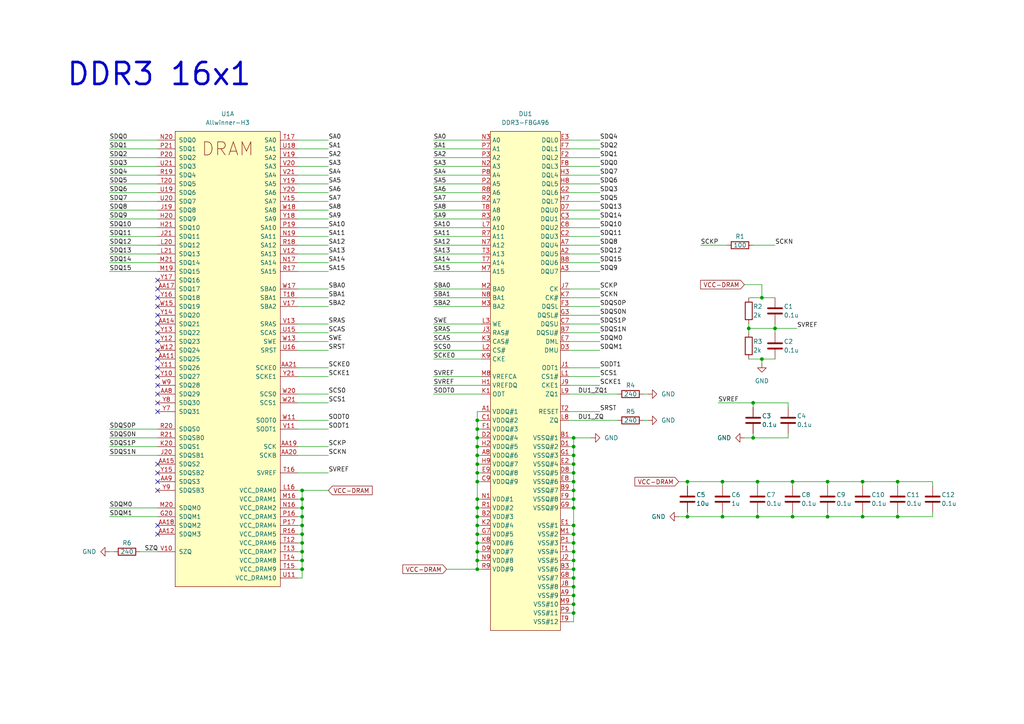
<source format=kicad_sch>
(kicad_sch (version 20211123) (generator eeschema)
  (paper "A4")
  (lib_symbols
    (symbol "Allwinner:Allwinner-H3" (pin_names (offset 1.016))
      (property "Reference" "U" (at 0 -6 0))
      (property "Value" "Allwinner-H3" (at 0 0 0))
      (symbol "Allwinner-H3_1_0"
        (text "DRAM" (at 0 60.96 0) (effects (font (size 3.81 3.81))))
      )
      (symbol "Allwinner-H3_1_1"
        (pin bidirectional line (at -20.32 0 0) (length 5.08) (name "SDQ25") (number "AA11"))
        (pin bidirectional line (at -20.32 -50.8 0) (length 5.08) (name "SDQM3") (number "AA12"))
        (pin bidirectional line (at -20.32 10.16 0) (length 5.08) (name "SDQ21") (number "AA14"))
        (pin bidirectional line (at -20.32 -30.48 0) (length 5.08) (name "SDQS2") (number "AA15"))
        (pin bidirectional line (at -20.32 20.32 0) (length 5.08) (name "SDQ17") (number "AA17"))
        (pin bidirectional line (at -20.32 -48.26 0) (length 5.08) (name "SDQM2") (number "AA18"))
        (pin bidirectional line (at 20.32 -25.4 180) (length 5.08) (name "SCK") (number "AA19"))
        (pin bidirectional line (at 20.32 -27.94 180) (length 5.08) (name "SCKB") (number "AA20"))
        (pin bidirectional line (at 20.32 -2.54 180) (length 5.08) (name "SCKE0") (number "AA21"))
        (pin bidirectional line (at -20.32 -10.16 0) (length 5.08) (name "SDQ29") (number "AA8"))
        (pin bidirectional line (at -20.32 -35.56 0) (length 5.08) (name "SDQS3") (number "AA9"))
        (pin bidirectional line (at -20.32 -45.72 0) (length 5.08) (name "SDQM1") (number "G20"))
        (pin bidirectional line (at -20.32 40.64 0) (length 5.08) (name "SDQ9") (number "H20"))
        (pin bidirectional line (at -20.32 38.1 0) (length 5.08) (name "SDQ10") (number "H21"))
        (pin bidirectional line (at -20.32 43.18 0) (length 5.08) (name "SDQ8") (number "J19"))
        (pin bidirectional line (at -20.32 -27.94 0) (length 5.08) (name "SDQSB1") (number "J20"))
        (pin bidirectional line (at -20.32 35.56 0) (length 5.08) (name "SDQ11") (number "J21"))
        (pin bidirectional line (at -20.32 -25.4 0) (length 5.08) (name "SDQS1") (number "K20"))
        (pin bidirectional line (at 20.32 -38.1 180) (length 5.08) (name "VCC_DRAM0") (number "L16"))
        (pin bidirectional line (at -20.32 33.02 0) (length 5.08) (name "SDQ12") (number "L20"))
        (pin bidirectional line (at -20.32 30.48 0) (length 5.08) (name "SDQ13") (number "L21"))
        (pin bidirectional line (at 20.32 -40.64 180) (length 5.08) (name "VCC_DRAM1") (number "M16"))
        (pin bidirectional line (at -20.32 25.4 0) (length 5.08) (name "SDQ15") (number "M19"))
        (pin bidirectional line (at -20.32 -43.18 0) (length 5.08) (name "SDQM0") (number "M20"))
        (pin bidirectional line (at -20.32 27.94 0) (length 5.08) (name "SDQ14") (number "M21"))
        (pin bidirectional line (at 20.32 -43.18 180) (length 5.08) (name "VCC_DRAM2") (number "N16"))
        (pin bidirectional line (at 20.32 27.94 180) (length 5.08) (name "SA14") (number "N17"))
        (pin bidirectional line (at 20.32 35.56 180) (length 5.08) (name "SA11") (number "N19"))
        (pin bidirectional line (at -20.32 63.5 0) (length 5.08) (name "SDQ0") (number "N20"))
        (pin bidirectional line (at 20.32 -45.72 180) (length 5.08) (name "VCC_DRAM3") (number "P16"))
        (pin bidirectional line (at 20.32 -48.26 180) (length 5.08) (name "VCC_DRAM4") (number "P17"))
        (pin bidirectional line (at 20.32 38.1 180) (length 5.08) (name "SA10") (number "P19"))
        (pin bidirectional line (at -20.32 58.42 0) (length 5.08) (name "SDQ2") (number "P20"))
        (pin bidirectional line (at -20.32 60.96 0) (length 5.08) (name "SDQ1") (number "P21"))
        (pin bidirectional line (at 20.32 -50.8 180) (length 5.08) (name "VCC_DRAM5") (number "R16"))
        (pin bidirectional line (at 20.32 25.4 180) (length 5.08) (name "SA15") (number "R17"))
        (pin bidirectional line (at 20.32 33.02 180) (length 5.08) (name "SA12") (number "R18"))
        (pin bidirectional line (at -20.32 53.34 0) (length 5.08) (name "SDQ4") (number "R19"))
        (pin bidirectional line (at -20.32 -20.32 0) (length 5.08) (name "SDQS0") (number "R20"))
        (pin bidirectional line (at -20.32 -22.86 0) (length 5.08) (name "SDQSB0") (number "R21"))
        (pin bidirectional line (at 20.32 -53.34 180) (length 5.08) (name "VCC_DRAM6") (number "T12"))
        (pin bidirectional line (at 20.32 -55.88 180) (length 5.08) (name "VCC_DRAM7") (number "T13"))
        (pin bidirectional line (at 20.32 -58.42 180) (length 5.08) (name "VCC_DRAM8") (number "T14"))
        (pin bidirectional line (at 20.32 -60.96 180) (length 5.08) (name "VCC_DRAM9") (number "T15"))
        (pin bidirectional line (at 20.32 -33.02 180) (length 5.08) (name "SVREF") (number "T16"))
        (pin bidirectional line (at 20.32 63.5 180) (length 5.08) (name "SA0") (number "T17"))
        (pin bidirectional line (at 20.32 17.78 180) (length 5.08) (name "SBA1") (number "T18"))
        (pin bidirectional line (at -20.32 50.8 0) (length 5.08) (name "SDQ5") (number "T20"))
        (pin bidirectional line (at 20.32 -63.5 180) (length 5.08) (name "VCC_DRAM10") (number "U11"))
        (pin bidirectional line (at 20.32 7.62 180) (length 5.08) (name "SCAS") (number "U15"))
        (pin bidirectional line (at 20.32 2.54 180) (length 5.08) (name "SRST") (number "U16"))
        (pin bidirectional line (at 20.32 60.96 180) (length 5.08) (name "SA1") (number "U18"))
        (pin bidirectional line (at -20.32 48.26 0) (length 5.08) (name "SDQ6") (number "U19"))
        (pin bidirectional line (at -20.32 45.72 0) (length 5.08) (name "SDQ7") (number "U20"))
        (pin bidirectional line (at -20.32 55.88 0) (length 5.08) (name "SDQ3") (number "U21"))
        (pin bidirectional line (at -20.32 -55.88 0) (length 5.08) (name "SZQ") (number "V10"))
        (pin bidirectional line (at 20.32 -20.32 180) (length 5.08) (name "SODT1") (number "V11"))
        (pin bidirectional line (at 20.32 30.48 180) (length 5.08) (name "SA13") (number "V12"))
        (pin bidirectional line (at 20.32 10.16 180) (length 5.08) (name "SRAS") (number "V13"))
        (pin bidirectional line (at 20.32 45.72 180) (length 5.08) (name "SA7") (number "V15"))
        (pin bidirectional line (at 20.32 15.24 180) (length 5.08) (name "SBA2") (number "V17"))
        (pin bidirectional line (at 20.32 58.42 180) (length 5.08) (name "SA2") (number "V19"))
        (pin bidirectional line (at 20.32 55.88 180) (length 5.08) (name "SA3") (number "V20"))
        (pin bidirectional line (at 20.32 53.34 180) (length 5.08) (name "SA4") (number "V21"))
        (pin bidirectional line (at 20.32 -17.78 180) (length 5.08) (name "SODT0") (number "W11"))
        (pin bidirectional line (at -20.32 2.54 0) (length 5.08) (name "SDQ24") (number "W12"))
        (pin bidirectional line (at 20.32 5.08 180) (length 5.08) (name "SWE") (number "W13"))
        (pin bidirectional line (at -20.32 15.24 0) (length 5.08) (name "SDQ19") (number "W15"))
        (pin bidirectional line (at 20.32 20.32 180) (length 5.08) (name "SBA0") (number "W17"))
        (pin bidirectional line (at 20.32 43.18 180) (length 5.08) (name "SA8") (number "W18"))
        (pin bidirectional line (at 20.32 -10.16 180) (length 5.08) (name "SCS0") (number "W20"))
        (pin bidirectional line (at 20.32 -12.7 180) (length 5.08) (name "SCS1") (number "W21"))
        (pin bidirectional line (at -20.32 -7.62 0) (length 5.08) (name "SDQ28") (number "W9"))
        (pin bidirectional line (at -20.32 -5.08 0) (length 5.08) (name "SDQ27") (number "Y10"))
        (pin bidirectional line (at -20.32 -2.54 0) (length 5.08) (name "SDQ26") (number "Y11"))
        (pin bidirectional line (at -20.32 5.08 0) (length 5.08) (name "SDQ23") (number "Y12"))
        (pin bidirectional line (at -20.32 7.62 0) (length 5.08) (name "SDQ22") (number "Y13"))
        (pin bidirectional line (at -20.32 12.7 0) (length 5.08) (name "SDQ20") (number "Y14"))
        (pin bidirectional line (at -20.32 -33.02 0) (length 5.08) (name "SDQSB2") (number "Y15"))
        (pin bidirectional line (at -20.32 17.78 0) (length 5.08) (name "SDQ18") (number "Y16"))
        (pin bidirectional line (at -20.32 22.86 0) (length 5.08) (name "SDQ16") (number "Y17"))
        (pin bidirectional line (at 20.32 40.64 180) (length 5.08) (name "SA9") (number "Y18"))
        (pin bidirectional line (at 20.32 50.8 180) (length 5.08) (name "SA5") (number "Y19"))
        (pin bidirectional line (at 20.32 48.26 180) (length 5.08) (name "SA6") (number "Y20"))
        (pin bidirectional line (at 20.32 -5.08 180) (length 5.08) (name "SCKE1") (number "Y21"))
        (pin bidirectional line (at -20.32 -15.24 0) (length 5.08) (name "SDQ31") (number "Y7"))
        (pin bidirectional line (at -20.32 -12.7 0) (length 5.08) (name "SDQ30") (number "Y8"))
        (pin bidirectional line (at -20.32 -38.1 0) (length 5.08) (name "SDQSB3") (number "Y9"))
      )
      (symbol "Allwinner-H3_2_0"
        (text "NAND" (at -17.78 11.43 900) (effects (font (size 3.81 3.81))))
      )
      (symbol "Allwinner-H3_2_1"
        (pin bidirectional line (at 20.32 0 180) (length 5.08) (name "PC7/NAND_RB1") (number "A16"))
        (pin power_in line (at 20.32 5.08 180) (length 5.08) (name "PC5/NAND_RE/SDC2_CLK") (number "A17"))
        (pin power_in line (at 20.32 10.16 180) (length 5.08) (name "PC3/NAND_CE1/SPI0_CS") (number "B15"))
        (pin bidirectional line (at 20.32 12.7 180) (length 5.08) (name "PC2/NAND_CLE/SPI0_CLK") (number "B16"))
        (pin power_in line (at 20.32 -12.7 180) (length 5.08) (name "PC12/NAND_DQ4/SDC2_D4") (number "B17"))
        (pin power_in line (at 20.32 -2.54 180) (length 5.08) (name "PC8/NAND_DQ0/SDC2_D0") (number "B18"))
        (pin power_in line (at 20.32 -15.24 180) (length 5.08) (name "PC13/NAND_DQ5/SDC2_D5") (number "B19"))
        (pin bidirectional line (at 20.32 17.78 180) (length 5.08) (name "PC0/NAND_WE/SPI0_MOSI") (number "C15"))
        (pin bidirectional line (at 20.32 15.24 180) (length 5.08) (name "PC1/NAND_ALE/SPI0_MISO") (number "C16"))
        (pin power_in line (at 20.32 -5.08 180) (length 5.08) (name "PC9/NAND_DQ1/SDC2_D1") (number "C17"))
        (pin power_in line (at 20.32 -10.16 180) (length 5.08) (name "PC11/NAND_DQ3/SDC2_D3") (number "C18"))
        (pin power_in line (at 20.32 -20.32 180) (length 5.08) (name "PC15/NAND_DQ7/SDC2_D7") (number "C19"))
        (pin bidirectional line (at 20.32 -7.62 180) (length 5.08) (name "PC10/NAND_DQ2/SDC2_D2") (number "D17"))
        (pin power_in line (at 20.32 2.54 180) (length 5.08) (name "PC6/NAND_RB0/SDC2_CMD") (number "E16"))
        (pin power_in line (at 20.32 7.62 180) (length 5.08) (name "PC4/NAND_CE0") (number "F16"))
        (pin power_in line (at 20.32 -17.78 180) (length 5.08) (name "PC14/NAND_DQ6/SDC2_D6") (number "F17"))
        (pin power_in line (at 20.32 -22.86 180) (length 5.08) (name "PC16/NAND_DQS/SDC2_RST") (number "H16"))
      )
      (symbol "Allwinner-H3_3_0"
        (text "SDC1" (at -19.05 13.97 900) (effects (font (size 3.81 3.81))))
      )
      (symbol "Allwinner-H3_3_1"
        (pin bidirectional line (at 20.32 -17.78 180) (length 5.08) (name "PG13/PCM1_DIN/PG_EINT13") (number "B1"))
        (pin bidirectional line (at 20.32 2.54 180) (length 5.08) (name "PG5/SDC1_D3/PG_EINT5") (number "C1"))
        (pin bidirectional line (at 20.32 5.08 180) (length 5.08) (name "PG4/SDC1_D2/PG_EINT4") (number "C2"))
        (pin power_in line (at 20.32 -5.08 180) (length 5.08) (name "PG8/UART1_RTS/PG_EINT8") (number "C3"))
        (pin power_in line (at 20.32 -15.24 180) (length 5.08) (name "PG12/PCM1_DOUTPG_EINT12") (number "D1"))
        (pin power_in line (at 20.32 -12.7 180) (length 5.08) (name "PG11/PCM1_CLK/PG_EINT11") (number "D2"))
        (pin power_in line (at 20.32 -2.54 180) (length 5.08) (name "PG7/UART1_RX/PG_EINT7") (number "D3"))
        (pin power_in line (at 20.32 -7.62 180) (length 5.08) (name "PG9/UART1_CTS/PG_EINT9") (number "E3"))
        (pin bidirectional line (at 20.32 7.62 180) (length 5.08) (name "PG3/SDC1_D1/PG_EINT3") (number "F3"))
        (pin bidirectional line (at 20.32 0 180) (length 5.08) (name "PG6/UART1_TX/PG_EINT6") (number "G4"))
        (pin bidirectional line (at 20.32 10.16 180) (length 5.08) (name "PG2/SDC1_D0/PG_EINT2") (number "H4"))
        (pin bidirectional line (at 20.32 20.32 180) (length 5.08) (name "VCC_PG") (number "H7"))
        (pin bidirectional line (at 20.32 15.24 180) (length 5.08) (name "PG0/SDC1_CLK/PG_EINT0") (number "J3"))
        (pin bidirectional line (at 20.32 12.7 180) (length 5.08) (name "PG1/SDC1_CMD/PG_EINT1") (number "L2"))
        (pin bidirectional line (at 20.32 -10.16 180) (length 5.08) (name "PG10/PCM1_SYNC/PG_EINT10") (number "M3"))
      )
      (symbol "Allwinner-H3_4_0"
        (text "GPIO" (at 0 33.02 0) (effects (font (size 3.81 3.81))))
      )
      (symbol "Allwinner-H3_4_1"
        (pin bidirectional line (at 66.04 -22.86 180) (length 5.08) (name "PE1/CSI_MCLK/TS_ERR") (number "A10"))
        (pin bidirectional line (at 66.04 -48.26 180) (length 5.08) (name "PE11/CSI_D7/TS_D7") (number "A11"))
        (pin bidirectional line (at -63.5 -5.08 0) (length 5.08) (name "PA20/PCM0_DOUT/SIM_VPPEN/PA_EINT20") (number "A13"))
        (pin bidirectional line (at -63.5 -7.62 0) (length 5.08) (name "PA21/PCM0_DIN/SIM_VPPPP/PA_EINT21") (number "A14"))
        (pin bidirectional line (at -63.5 -33.02 0) (length 5.08) (name "PF1/SDC0_D0/JTAG_DI0") (number "A19"))
        (pin bidirectional line (at 66.04 30.48 180) (length 5.08) (name "PD4/RGMII_RXCK/MII_RXCK/RMII_NULL") (number "A20"))
        (pin bidirectional line (at 66.04 -20.32 180) (length 5.08) (name "PE0/CSI_PCLK/TS_CLK") (number "B10"))
        (pin bidirectional line (at 66.04 -25.4 180) (length 5.08) (name "PE2/CSI_HSYNC/TS_SYNC") (number "B11"))
        (pin bidirectional line (at 66.04 -50.8 180) (length 5.08) (name "PE12/CSI_SCK/TWI2_SCK") (number "B12"))
        (pin bidirectional line (at -63.5 0 0) (length 5.08) (name "PA18/PCM0_SYNC/TWI1_SCK/PA_EINT18") (number "B13"))
        (pin bidirectional line (at -63.5 -2.54 0) (length 5.08) (name "PA19/PCM0_CLK/TWI1_SDA/PA_EINT19") (number "B14"))
        (pin bidirectional line (at 66.04 35.56 180) (length 5.08) (name "PD2/RGMII_RXD1/MII_RXD1/RMII_RXD1") (number "B20"))
        (pin bidirectional line (at 66.04 25.4 180) (length 5.08) (name "PD6/RGMII_NULL/MII_RXERR/RMII_RXER") (number "B21"))
        (pin bidirectional line (at 66.04 -27.94 180) (length 5.08) (name "PE3/CSI_VSYNC/TS_DVLD") (number "C10"))
        (pin bidirectional line (at 66.04 -40.64 180) (length 5.08) (name "PE8/CSI_D4/TS_D4") (number "C11"))
        (pin bidirectional line (at 66.04 -43.18 180) (length 5.08) (name "PE9/CSI_D5/TS_D5") (number "C12"))
        (pin bidirectional line (at -63.5 15.24 0) (length 5.08) (name "PA12/TWI0_SDA/DI_RX/PA_EINT12") (number "C13"))
        (pin bidirectional line (at -63.5 2.54 0) (length 5.08) (name "PA17/SPDIF_OUT/PA_EINT17") (number "C14"))
        (pin bidirectional line (at -63.5 -43.18 0) (length 5.08) (name "PF5/SDC0_D2/JTAG_CK0") (number "C20"))
        (pin bidirectional line (at 66.04 40.64 180) (length 5.08) (name "PD0/RGMII_RXD3/MII_RXD3/RMII_NULL/DI_TX") (number "C21"))
        (pin bidirectional line (at 66.04 -58.42 180) (length 5.08) (name "PE15") (number "C5"))
        (pin bidirectional line (at 66.04 -55.88 180) (length 5.08) (name "PE14") (number "C6"))
        (pin bidirectional line (at 66.04 -53.34 180) (length 5.08) (name "PE13/CSI_SDA/TWI2_SDA") (number "C7"))
        (pin bidirectional line (at 66.04 -38.1 180) (length 5.08) (name "PE7/CSI_D3/TS_D3") (number "C8"))
        (pin bidirectional line (at 66.04 -30.48 180) (length 5.08) (name "PE4/CSI_D0/TS_D0") (number "C9"))
        (pin bidirectional line (at 66.04 -35.56 180) (length 5.08) (name "PE6/CSI_D2/TS_D2") (number "D10"))
        (pin bidirectional line (at -63.5 45.72 0) (length 5.08) (name "PA0/UART2_TX/JTAG_MS0/PA_EINT0") (number "D11"))
        (pin bidirectional line (at -63.5 22.86 0) (length 5.08) (name "PA9/SIM_RST/PA_EINT9") (number "D13"))
        (pin bidirectional line (at -63.5 5.08 0) (length 5.08) (name "PA16/SPI1_MISO/UART3_CTS/PA_EINT16") (number "D15"))
        (pin bidirectional line (at -63.5 -30.48 0) (length 5.08) (name "PF0/SDC0_D1/JTAG_MS0") (number "D19"))
        (pin bidirectional line (at -63.5 -35.56 0) (length 5.08) (name "PF2/SDC0_CLK/UART0_TX") (number "D20"))
        (pin bidirectional line (at -63.5 43.18 0) (length 5.08) (name "PA1/UART2_RX/JTAG_CK0/PA_EINT1") (number "D5"))
        (pin bidirectional line (at -63.5 40.64 0) (length 5.08) (name "PA2/UART2_RTS/JTAG_DO0/PA_EINT2") (number "D6"))
        (pin bidirectional line (at -63.5 27.94 0) (length 5.08) (name "PA7/SIM_CLK/PA_EINT7") (number "D8"))
        (pin bidirectional line (at 66.04 -33.02 180) (length 5.08) (name "PE5/CSI_D1/TS_D1") (number "E10"))
        (pin bidirectional line (at -63.5 20.32 0) (length 5.08) (name "PA10/SIM_DET/PA_EINT10") (number "E11"))
        (pin bidirectional line (at -63.5 38.1 0) (length 5.08) (name "PA3/UART2_CTS/JTAG_DI0/PA_EINT3") (number "E13"))
        (pin bidirectional line (at -63.5 30.48 0) (length 5.08) (name "PA6/SIM_PWREN/PA_EINT6") (number "E14"))
        (pin bidirectional line (at -63.5 12.7 0) (length 5.08) (name "PA13/SPI1_CS/UART3_TX/PA_EINT13") (number "E15"))
        (pin bidirectional line (at 66.04 22.86 180) (length 5.08) (name "PD7/RGMII_TXD3/MII_TXD3/RMII_NULL") (number "E18"))
        (pin bidirectional line (at 66.04 10.16 180) (length 5.08) (name "PD12/RGMII_TXCK/MII_TXCK/RMII_TXCK") (number "E19"))
        (pin bidirectional line (at 66.04 20.32 180) (length 5.08) (name "PD8/RGMII_TXD2/MII_TXD2/RMII_NULL") (number "E20"))
        (pin bidirectional line (at -63.5 -40.64 0) (length 5.08) (name "PF4/SDC0_D3/UART0_RX") (number "E21"))
        (pin bidirectional line (at 66.04 -45.72 180) (length 5.08) (name "PE10/CSI_D6/TS_D6") (number "E8"))
        (pin bidirectional line (at -63.5 17.78 0) (length 5.08) (name "PA11/TWI0_SCK/DI_TX/PA_EINT11") (number "F11"))
        (pin bidirectional line (at -63.5 25.4 0) (length 5.08) (name "PA8/SIM_DATA/PA_EINT8") (number "F13"))
        (pin bidirectional line (at -63.5 7.62 0) (length 5.08) (name "PA15/SPI1_MOSI/UART3_RTS/PA_EINT15") (number "F14"))
        (pin bidirectional line (at -63.5 -38.1 0) (length 5.08) (name "PF3/SDC0_CMD/JTAG_DO0") (number "F18"))
        (pin bidirectional line (at 66.04 27.94 180) (length 5.08) (name "PD5/RGMII_RXCTL/MII_RXDV/RMII_CRS_D") (number "F19"))
        (pin bidirectional line (at 66.04 12.7 180) (length 5.08) (name "PD11/RGMII_NULL/MII_CRS/RMII_NULL") (number "F20"))
        (pin bidirectional line (at 66.04 17.78 180) (length 5.08) (name "PD9/RGMII_TXD1/MII_TXD1/RMII_TXD1") (number "F21"))
        (pin bidirectional line (at -63.5 35.56 0) (length 5.08) (name "PA4/UART0_TX/PA_EINT4") (number "F5"))
        (pin bidirectional line (at -63.5 10.16 0) (length 5.08) (name "PA14/SPI1_CLK/UART3_RX/PA_EINT14") (number "G12"))
        (pin bidirectional line (at -63.5 -45.72 0) (length 5.08) (name "PF6") (number "G18"))
        (pin bidirectional line (at 66.04 38.1 180) (length 5.08) (name "PD1/RGMII_RXD2/MII_RXD2/RMII_NULL/DI_RX") (number "H17"))
        (pin bidirectional line (at 66.04 33.02 180) (length 5.08) (name "PD3/RGMII_RXD0/MII_RXD0/RMII_RXD0") (number "H18"))
        (pin bidirectional line (at 66.04 15.24 180) (length 5.08) (name "PD10/RGMII_TXD0/MII_TXD0/RMII_TXD0") (number "H19"))
        (pin bidirectional line (at -63.5 33.02 0) (length 5.08) (name "PA5/UART0_RX/PWM0/PA_EINT5") (number "H6"))
        (pin bidirectional line (at 66.04 45.72 180) (length 5.08) (name "VCC-PD") (number "J15"))
        (pin bidirectional line (at 66.04 7.62 180) (length 5.08) (name "PD13/RGMII_TXCTL/MII_TXEN/RMII_TXEN") (number "K17"))
        (pin bidirectional line (at 66.04 2.54 180) (length 5.08) (name "PD15/RGMII_CLKIN/MII_COL/RMII_NULL") (number "K18"))
        (pin bidirectional line (at 66.04 5.08 180) (length 5.08) (name "PD14/RGMII_NULL/MII_TXERR/RMII_NULL") (number "L17"))
        (pin bidirectional line (at 66.04 0 180) (length 5.08) (name "PD16/MDC") (number "L18"))
        (pin bidirectional line (at 66.04 -2.54 180) (length 5.08) (name "PD17/MDIO") (number "L19"))
      )
      (symbol "Allwinner-H3_5_0"
        (text "CPUS" (at -16.51 8.89 900) (effects (font (size 3.81 3.81))))
      )
      (symbol "Allwinner-H3_5_1"
        (pin bidirectional line (at 22.86 12.7 180) (length 5.08) (name "PL1/S_TWI_SDA/S_PL_EINT1") (number "M1"))
        (pin bidirectional line (at 22.86 -7.62 180) (length 5.08) (name "PL9/S_PL_EINT9") (number "M6"))
        (pin bidirectional line (at 22.86 15.24 180) (length 5.08) (name "PL0/S_TWI_SCK/S_PL_EINT0") (number "N1"))
        (pin bidirectional line (at 22.86 5.08 180) (length 5.08) (name "PL4/S_JTAG_MS/S_PL_EINT4") (number "N2"))
        (pin bidirectional line (at 22.86 10.16 180) (length 5.08) (name "PL2/S_UART_TX/S_PL_EINT2") (number "P2"))
        (pin bidirectional line (at 22.86 7.62 180) (length 5.08) (name "PL3/S_UART_RX/S_PL_EINT3") (number "R1"))
        (pin bidirectional line (at 22.86 2.54 180) (length 5.08) (name "PL5/S_JTAG_CK/S_PL_EINT5") (number "R2"))
        (pin bidirectional line (at 22.86 -5.08 180) (length 5.08) (name "PL8/S_PL_EINT8") (number "T2"))
        (pin bidirectional line (at 22.86 -2.54 180) (length 5.08) (name "PL7/S_JTAG_SI/S_PL_EINT7") (number "T3"))
        (pin bidirectional line (at 22.86 0 180) (length 5.08) (name "PL6/S_JTAG_DO/S_PL_EINT6") (number "T4"))
        (pin bidirectional line (at 22.86 -12.7 180) (length 5.08) (name "PL11/S_CIR_RX/S_PL_EINT11") (number "U2"))
        (pin bidirectional line (at 22.86 -10.16 180) (length 5.08) (name "PL10/S_PWM/S_PL_EINT10") (number "V2"))
      )
      (symbol "Allwinner-H3_6_0"
        (text "AUDIO CORDC" (at -3.81 13.97 900) (effects (font (size 3.81 3.81))))
        (text "EPHY" (at -3.81 -17.78 900) (effects (font (size 3.81 3.81))))
        (text "HDMI" (at 3.81 -11.43 900) (effects (font (size 3.81 3.81))))
        (text "TVOUT" (at 3.81 -31.75 900) (effects (font (size 3.81 3.81))))
      )
      (symbol "Allwinner-H3_6_1"
        (pin bidirectional line (at -30.48 -30.48 0) (length 5.08) (name "EPHY_LINK_LED") (number "A2"))
        (pin bidirectional line (at -30.48 -25.4 0) (length 5.08) (name "EPHY_TXN") (number "A3"))
        (pin bidirectional line (at -30.48 -20.32 0) (length 5.08) (name "EPHY_RXN") (number "A4"))
        (pin bidirectional line (at -30.48 22.86 0) (length 5.08) (name "MICIN2N") (number "AA2"))
        (pin bidirectional line (at -30.48 17.78 0) (length 5.08) (name "LINEOUTL") (number "AA3"))
        (pin bidirectional line (at -30.48 -22.86 0) (length 5.08) (name "EPHY_TXP") (number "B3"))
        (pin bidirectional line (at -30.48 -17.78 0) (length 5.08) (name "EPHY_RXP") (number "B4"))
        (pin bidirectional line (at 30.48 7.62 180) (length 5.08) (name "HTXCN") (number "E2"))
        (pin bidirectional line (at 30.48 22.86 180) (length 5.08) (name "HTX0N") (number "F1"))
        (pin bidirectional line (at 30.48 -33.02 180) (length 5.08) (name "TVOUT") (number "F10"))
        (pin bidirectional line (at 30.48 10.16 180) (length 5.08) (name "HTXCP") (number "F2"))
        (pin bidirectional line (at -30.48 -27.94 0) (length 5.08) (name "EPHY_RTX") (number "F6"))
        (pin bidirectional line (at -30.48 -33.02 0) (length 5.08) (name "EPHY_SPD_LED") (number "F7"))
        (pin bidirectional line (at -30.48 -35.56 0) (length 5.08) (name "EPHY_VDD") (number "F8"))
        (pin bidirectional line (at 30.48 25.4 180) (length 5.08) (name "HTX0P") (number "G1"))
        (pin bidirectional line (at 30.48 17.78 180) (length 5.08) (name "HTX1N") (number "G2"))
        (pin bidirectional line (at 30.48 2.54 180) (length 5.08) (name "HCEC") (number "G5"))
        (pin bidirectional line (at -30.48 -38.1 0) (length 5.08) (name "EPHY_VCC") (number "G7"))
        (pin bidirectional line (at 30.48 -35.56 180) (length 5.08) (name "V33_TV") (number "G9"))
        (pin bidirectional line (at 30.48 20.32 180) (length 5.08) (name "HTX1P") (number "H2"))
        (pin bidirectional line (at 30.48 -2.54 180) (length 5.08) (name "HSCL") (number "H3"))
        (pin bidirectional line (at 30.48 -38.1 180) (length 5.08) (name "GND_TV") (number "H8"))
        (pin bidirectional line (at 30.48 15.24 180) (length 5.08) (name "HTX2P") (number "J1"))
        (pin bidirectional line (at 30.48 12.7 180) (length 5.08) (name "HTX2N") (number "J2"))
        (pin bidirectional line (at 30.48 33.02 180) (length 5.08) (name "HVCC") (number "J6"))
        (pin bidirectional line (at 30.48 0 180) (length 5.08) (name "HSDA") (number "K3"))
        (pin bidirectional line (at 30.48 5.08 180) (length 5.08) (name "HHPD") (number "M2"))
        (pin bidirectional line (at 30.48 30.48 180) (length 5.08) (name "HGND") (number "M5"))
        (pin bidirectional line (at -30.48 0 0) (length 5.08) (name "AGND") (number "U3"))
        (pin bidirectional line (at -30.48 5.08 0) (length 5.08) (name "LINEINL") (number "V1"))
        (pin bidirectional line (at -30.48 10.16 0) (length 5.08) (name "AVCC") (number "V3"))
        (pin bidirectional line (at -30.48 7.62 0) (length 5.08) (name "VRP") (number "V4"))
        (pin bidirectional line (at -30.48 2.54 0) (length 5.08) (name "LINEINR") (number "W1"))
        (pin bidirectional line (at -30.48 30.48 0) (length 5.08) (name "MICIN1P") (number "W2"))
        (pin bidirectional line (at -30.48 33.02 0) (length 5.08) (name "MBIAS") (number "W3"))
        (pin bidirectional line (at -30.48 12.7 0) (length 5.08) (name "VRA2") (number "W5"))
        (pin bidirectional line (at -30.48 27.94 0) (length 5.08) (name "MICIN1N") (number "Y1"))
        (pin bidirectional line (at -30.48 25.4 0) (length 5.08) (name "MICIN2P") (number "Y2"))
        (pin bidirectional line (at -30.48 20.32 0) (length 5.08) (name "LINEOUTR") (number "Y3"))
        (pin bidirectional line (at -30.48 15.24 0) (length 5.08) (name "VRA1") (number "Y4"))
      )
      (symbol "Allwinner-H3_7_0"
        (text "SYS" (at 3.81 -29.21 900) (effects (font (size 3.81 3.81))))
        (text "USB" (at -11.43 24.13 0) (effects (font (size 3.81 3.81))))
      )
      (symbol "Allwinner-H3_7_1"
        (pin bidirectional line (at 22.86 22.86 180) (length 5.08) (name "JTAG_SEL0") (number "A1"))
        (pin power_in line (at -22.86 5.08 0) (length 5.08) (name "USB_DP0") (number "A5"))
        (pin bidirectional line (at -22.86 -20.32 0) (length 5.08) (name "USB_DP2") (number "A7"))
        (pin bidirectional line (at -22.86 -17.78 0) (length 5.08) (name "USB_DM2") (number "A8"))
        (pin bidirectional line (at 22.86 10.16 180) (length 5.08) (name "KEYADC") (number "AA5"))
        (pin bidirectional line (at 22.86 15.24 180) (length 5.08) (name "NMI") (number "AA6"))
        (pin bidirectional line (at 22.86 20.32 180) (length 5.08) (name "JTAG_SEL") (number "B2"))
        (pin power_in line (at -22.86 7.62 0) (length 5.08) (name "USB_DM0") (number "B5"))
        (pin power_in line (at -22.86 -7.62 0) (length 5.08) (name "USB_DP1") (number "B6"))
        (pin power_in line (at -22.86 -5.08 0) (length 5.08) (name "USB_DM1") (number "B7"))
        (pin bidirectional line (at -22.86 -33.02 0) (length 5.08) (name "USB_DP3") (number "B8"))
        (pin bidirectional line (at -22.86 -30.48 0) (length 5.08) (name "USB_DM3") (number "B9"))
        (pin bidirectional line (at 22.86 5.08 180) (length 5.08) (name "VDD_EFUSE") (number "G10"))
        (pin power_in line (at -22.86 17.78 0) (length 5.08) (name "VCC-USB") (number "G11"))
        (pin bidirectional line (at 22.86 2.54 180) (length 5.08) (name "VDD_EFUSEBP") (number "H11"))
        (pin bidirectional line (at 22.86 -7.62 180) (length 5.08) (name "X24MOUT") (number "K1"))
        (pin bidirectional line (at 22.86 -10.16 180) (length 5.08) (name "X24MIN") (number "K2"))
        (pin bidirectional line (at 22.86 -5.08 180) (length 5.08) (name "X24MFOUT") (number "K4"))
        (pin bidirectional line (at 22.86 -17.78 180) (length 5.08) (name "VCC_RTC") (number "K6"))
        (pin bidirectional line (at 22.86 0 180) (length 5.08) (name "PLLTEST") (number "L5"))
        (pin bidirectional line (at 22.86 -20.32 180) (length 5.08) (name "RTC_VIO") (number "M4"))
        (pin bidirectional line (at 22.86 -2.54 180) (length 5.08) (name "VCC_PLL") (number "N3"))
        (pin bidirectional line (at 22.86 -27.94 180) (length 5.08) (name "X32KFOUT") (number "P3"))
        (pin bidirectional line (at 22.86 17.78 180) (length 5.08) (name "TEST") (number "T5"))
        (pin bidirectional line (at 22.86 -30.48 180) (length 5.08) (name "X32KOUT") (number "U4"))
        (pin bidirectional line (at 22.86 -33.02 180) (length 5.08) (name "X32KIN") (number "V5"))
        (pin bidirectional line (at 22.86 12.7 180) (length 5.08) (name "RESET") (number "V6"))
        (pin bidirectional line (at 22.86 25.4 180) (length 5.08) (name "UBOOT") (number "W6"))
      )
      (symbol "Allwinner-H3_8_0"
        (text "POWER" (at 3.81 21.59 0) (effects (font (size 3.81 3.81))))
      )
      (symbol "Allwinner-H3_8_1"
        (pin power_in line (at 31.75 -17.78 180) (length 5.08) (name "VCC_IO0") (number "G13"))
        (pin power_in line (at 31.75 -20.32 180) (length 5.08) (name "VCC_IO1") (number "G14"))
        (pin power_in line (at 31.75 -22.86 180) (length 5.08) (name "VCC_IO2") (number "G15"))
        (pin power_in line (at 31.75 22.86 180) (length 5.08) (name "VDD_SYS0") (number "H10"))
        (pin power_in line (at 31.75 -25.4 180) (length 5.08) (name "VCC_IO3") (number "H13"))
        (pin power_in line (at 31.75 -27.94 180) (length 5.08) (name "VCC_IO4") (number "H14"))
        (pin power_in line (at 31.75 17.78 180) (length 5.08) (name "VDD_SYS2") (number "J10"))
        (pin power_in line (at 31.75 15.24 180) (length 5.08) (name "VDD_SYS3") (number "J11"))
        (pin power_in line (at 31.75 12.7 180) (length 5.08) (name "VDD_SYS4") (number "J12"))
        (pin power_in line (at 31.75 -30.48 180) (length 5.08) (name "VCC_IO5") (number "J14"))
        (pin power_in line (at -25.4 -27.94 0) (length 5.08) (name "VDD_CPUS0") (number "J7"))
        (pin power_in line (at -25.4 -30.48 0) (length 5.08) (name "VDD_CPUS1") (number "J8"))
        (pin power_in line (at 31.75 10.16 180) (length 5.08) (name "VDD_SYS5") (number "K10"))
        (pin power_in line (at 31.75 7.62 180) (length 5.08) (name "VDD_SYS6") (number "K11"))
        (pin power_in line (at 31.75 5.08 180) (length 5.08) (name "VDD_SYS7") (number "K12"))
        (pin power_in line (at 31.75 20.32 180) (length 5.08) (name "VDD_SYS1") (number "L10"))
        (pin power_in line (at 31.75 2.54 180) (length 5.08) (name "VDD_SYS8") (number "L11"))
        (pin power_in line (at 31.75 0 180) (length 5.08) (name "VDD_SYS9") (number "L12"))
        (pin power_in line (at 31.75 -2.54 180) (length 5.08) (name "VDD_SYS10") (number "L13"))
        (pin power_in line (at 31.75 -5.08 180) (length 5.08) (name "VDD_SYS11") (number "L14"))
        (pin power_in line (at -25.4 22.86 0) (length 5.08) (name "VDD_CPUX0") (number "N8"))
        (pin power_in line (at -25.4 20.32 0) (length 5.08) (name "VDD_CPUX1") (number "P6"))
        (pin power_in line (at -25.4 17.78 0) (length 5.08) (name "VDD_CPUX2") (number "P7"))
        (pin power_in line (at -25.4 15.24 0) (length 5.08) (name "VDD_CPUX3") (number "P8"))
        (pin power_in line (at -25.4 12.7 0) (length 5.08) (name "VDD_CPUX4") (number "P9"))
        (pin power_in line (at -25.4 10.16 0) (length 5.08) (name "VDD_CPUX5") (number "R6"))
        (pin power_in line (at -25.4 7.62 0) (length 5.08) (name "VDD_CPUX6") (number "R7"))
        (pin power_in line (at -25.4 5.08 0) (length 5.08) (name "VDD_CPUX7") (number "R8"))
        (pin power_in line (at -25.4 -15.24 0) (length 5.08) (name "VDD_CPUXFB") (number "T10"))
        (pin power_in line (at -25.4 2.54 0) (length 5.08) (name "VDD_CPUX8") (number "T6"))
        (pin power_in line (at -25.4 0 0) (length 5.08) (name "VDD_CPUX9") (number "T7"))
        (pin power_in line (at -25.4 -2.54 0) (length 5.08) (name "VDD_CPUX10") (number "T8"))
        (pin power_in line (at -25.4 -17.78 0) (length 5.08) (name "GND_CPUXFB") (number "T9"))
        (pin power_in line (at -25.4 -5.08 0) (length 5.08) (name "VDD_CPUX11") (number "U6"))
        (pin power_in line (at -25.4 -7.62 0) (length 5.08) (name "VDD_CPUX12") (number "U9"))
      )
      (symbol "Allwinner-H3_9_0"
        (text "GND" (at 1.27 24.13 0) (effects (font (size 3.81 3.81))))
      )
      (symbol "Allwinner-H3_9_1"
        (pin bidirectional line (at -17.78 25.4 0) (length 5.08) (name "GND0") (number "A21"))
        (pin bidirectional line (at 21.59 -30.48 180) (length 5.08) (name "GND46") (number "AA1"))
        (pin bidirectional line (at 21.59 -33.02 180) (length 5.08) (name "GND47") (number "G8"))
        (pin bidirectional line (at -17.78 22.86 0) (length 5.08) (name "GND1") (number "H12"))
        (pin bidirectional line (at -17.78 20.32 0) (length 5.08) (name "GND2") (number "H15"))
        (pin bidirectional line (at -17.78 17.78 0) (length 5.08) (name "GND3") (number "J13"))
        (pin bidirectional line (at -17.78 15.24 0) (length 5.08) (name "GND4") (number "J16"))
        (pin bidirectional line (at -17.78 -10.16 0) (length 5.08) (name "GND14") (number "J9"))
        (pin bidirectional line (at -17.78 5.08 0) (length 5.08) (name "GND8") (number "K13"))
        (pin bidirectional line (at -17.78 2.54 0) (length 5.08) (name "GND9") (number "K14"))
        (pin bidirectional line (at -17.78 0 0) (length 5.08) (name "GND10") (number "K15"))
        (pin bidirectional line (at -17.78 -2.54 0) (length 5.08) (name "GND11") (number "K16"))
        (pin bidirectional line (at -17.78 12.7 0) (length 5.08) (name "GND5") (number "K7"))
        (pin bidirectional line (at -17.78 10.16 0) (length 5.08) (name "GND6") (number "K8"))
        (pin bidirectional line (at -17.78 7.62 0) (length 5.08) (name "GND7") (number "K9"))
        (pin bidirectional line (at -17.78 -12.7 0) (length 5.08) (name "GND15") (number "L15"))
        (pin bidirectional line (at -17.78 -5.08 0) (length 5.08) (name "GND12") (number "L8"))
        (pin bidirectional line (at -17.78 -7.62 0) (length 5.08) (name "GND13") (number "L9"))
        (pin bidirectional line (at -17.78 -22.86 0) (length 5.08) (name "GND19") (number "M10"))
        (pin bidirectional line (at -17.78 -25.4 0) (length 5.08) (name "GND20") (number "M11"))
        (pin bidirectional line (at -17.78 -27.94 0) (length 5.08) (name "GND21") (number "M12"))
        (pin bidirectional line (at -17.78 -30.48 0) (length 5.08) (name "GND22") (number "M13"))
        (pin bidirectional line (at -17.78 -33.02 0) (length 5.08) (name "GND23") (number "M14"))
        (pin bidirectional line (at 21.59 25.4 180) (length 5.08) (name "GND24") (number "M15"))
        (pin bidirectional line (at -17.78 -15.24 0) (length 5.08) (name "GND16") (number "M7"))
        (pin bidirectional line (at -17.78 -17.78 0) (length 5.08) (name "GND17") (number "M8"))
        (pin bidirectional line (at -17.78 -20.32 0) (length 5.08) (name "GND18") (number "M9"))
        (pin bidirectional line (at 21.59 17.78 180) (length 5.08) (name "GND27") (number "N10"))
        (pin bidirectional line (at 21.59 15.24 180) (length 5.08) (name "GND28") (number "N11"))
        (pin bidirectional line (at 21.59 12.7 180) (length 5.08) (name "GND29") (number "N12"))
        (pin bidirectional line (at 21.59 10.16 180) (length 5.08) (name "GND30") (number "N13"))
        (pin bidirectional line (at 21.59 7.62 180) (length 5.08) (name "GND31") (number "N14"))
        (pin bidirectional line (at 21.59 5.08 180) (length 5.08) (name "GND32") (number "N15"))
        (pin bidirectional line (at 21.59 22.86 180) (length 5.08) (name "GND25") (number "N7"))
        (pin bidirectional line (at 21.59 20.32 180) (length 5.08) (name "GND26") (number "N9"))
        (pin bidirectional line (at 21.59 2.54 180) (length 5.08) (name "GND33") (number "P10"))
        (pin bidirectional line (at 21.59 0 180) (length 5.08) (name "GND34") (number "P11"))
        (pin bidirectional line (at 21.59 -2.54 180) (length 5.08) (name "GND35") (number "P12"))
        (pin bidirectional line (at 21.59 -5.08 180) (length 5.08) (name "GND36") (number "P13"))
        (pin bidirectional line (at 21.59 -7.62 180) (length 5.08) (name "GND37") (number "P14"))
        (pin bidirectional line (at 21.59 -10.16 180) (length 5.08) (name "GND38") (number "P15"))
        (pin bidirectional line (at 21.59 -15.24 180) (length 5.08) (name "GND40") (number "R10"))
        (pin bidirectional line (at 21.59 -17.78 180) (length 5.08) (name "GND41") (number "R11"))
        (pin bidirectional line (at 21.59 -20.32 180) (length 5.08) (name "GND42") (number "R12"))
        (pin bidirectional line (at 21.59 -22.86 180) (length 5.08) (name "GND43") (number "R13"))
        (pin bidirectional line (at 21.59 -25.4 180) (length 5.08) (name "GND44") (number "R14"))
        (pin bidirectional line (at 21.59 -12.7 180) (length 5.08) (name "GND39") (number "R9"))
        (pin bidirectional line (at 21.59 -27.94 180) (length 5.08) (name "GND45") (number "T11"))
      )
    )
    (symbol "Allwinner:DDR3-FBGA96"
      (property "Reference" "DU" (at 0 -6 0))
      (property "Value" "DDR3-FBGA96" (at 0 0 0))
      (symbol "DDR3-FBGA96_1_1"
        (pin bidirectional line (at -12.7 -16.51 0) (length 2.54) (name "VDDQ#1") (number "A1"))
        (pin bidirectional line (at 12.7 29.21 180) (length 2.54) (name "DQU5") (number "A2"))
        (pin bidirectional line (at 12.7 24.13 180) (length 2.54) (name "DQU7") (number "A3"))
        (pin bidirectional line (at 12.7 31.75 180) (length 2.54) (name "DQU4") (number "A7"))
        (pin bidirectional line (at -12.7 -29.21 0) (length 2.54) (name "VDDQ#6") (number "A8"))
        (pin bidirectional line (at 12.7 -69.85 180) (length 2.54) (name "VSS#9") (number "A9"))
        (pin bidirectional line (at 12.7 -24.13 180) (length 2.54) (name "VSSQ#1") (number "B1"))
        (pin bidirectional line (at -12.7 -46.99 0) (length 2.54) (name "VDD#3") (number "B2"))
        (pin bidirectional line (at 12.7 -62.23 180) (length 2.54) (name "VSS#6") (number "B3"))
        (pin bidirectional line (at 12.7 6.35 180) (length 2.54) (name "DQSU#") (number "B7"))
        (pin bidirectional line (at 12.7 26.67 180) (length 2.54) (name "DQU6") (number "B8"))
        (pin bidirectional line (at 12.7 -39.37 180) (length 2.54) (name "VSSQ#7") (number "B9"))
        (pin bidirectional line (at -12.7 -19.05 0) (length 2.54) (name "VDDQ#2") (number "C1"))
        (pin bidirectional line (at 12.7 34.29 180) (length 2.54) (name "DQU3") (number "C2"))
        (pin bidirectional line (at 12.7 39.37 180) (length 2.54) (name "DQU1") (number "C3"))
        (pin bidirectional line (at 12.7 8.89 180) (length 2.54) (name "DQSU") (number "C7"))
        (pin bidirectional line (at 12.7 36.83 180) (length 2.54) (name "DQU2") (number "C8"))
        (pin bidirectional line (at -12.7 -36.83 0) (length 2.54) (name "VDDQ#9") (number "C9"))
        (pin bidirectional line (at 12.7 -26.67 180) (length 2.54) (name "VSSQ#2") (number "D1"))
        (pin bidirectional line (at -12.7 -24.13 0) (length 2.54) (name "VDDQ#4") (number "D2"))
        (pin bidirectional line (at 12.7 1.27 180) (length 2.54) (name "DMU") (number "D3"))
        (pin bidirectional line (at 12.7 41.91 180) (length 2.54) (name "DQU0") (number "D7"))
        (pin bidirectional line (at 12.7 -34.29 180) (length 2.54) (name "VSSQ#5") (number "D8"))
        (pin bidirectional line (at -12.7 -57.15 0) (length 2.54) (name "VDD#7") (number "D9"))
        (pin bidirectional line (at 12.7 -49.53 180) (length 2.54) (name "VSS#1") (number "E1"))
        (pin bidirectional line (at 12.7 -31.75 180) (length 2.54) (name "VSSQ#4") (number "E2"))
        (pin bidirectional line (at 12.7 62.23 180) (length 2.54) (name "DQL0") (number "E3"))
        (pin bidirectional line (at 12.7 3.81 180) (length 2.54) (name "DML") (number "E7"))
        (pin bidirectional line (at 12.7 -36.83 180) (length 2.54) (name "VSSQ#6") (number "E8"))
        (pin bidirectional line (at -12.7 -34.29 0) (length 2.54) (name "VDDQ#8") (number "E9"))
        (pin bidirectional line (at -12.7 -21.59 0) (length 2.54) (name "VDDQ#3") (number "F1"))
        (pin bidirectional line (at 12.7 57.15 180) (length 2.54) (name "DQL2") (number "F2"))
        (pin bidirectional line (at 12.7 13.97 180) (length 2.54) (name "DQSL") (number "F3"))
        (pin bidirectional line (at 12.7 59.69 180) (length 2.54) (name "DQL1") (number "F7"))
        (pin bidirectional line (at 12.7 54.61 180) (length 2.54) (name "DQL3") (number "F8"))
        (pin bidirectional line (at 12.7 -41.91 180) (length 2.54) (name "VSSQ#8") (number "F9"))
        (pin bidirectional line (at 12.7 -29.21 180) (length 2.54) (name "VSSQ#3") (number "G1"))
        (pin bidirectional line (at 12.7 46.99 180) (length 2.54) (name "DQL6") (number "G2"))
        (pin bidirectional line (at 12.7 11.43 180) (length 2.54) (name "DQSL#") (number "G3"))
        (pin bidirectional line (at -12.7 -52.07 0) (length 2.54) (name "VDD#5") (number "G7"))
        (pin bidirectional line (at 12.7 -64.77 180) (length 2.54) (name "VSS#7") (number "G8"))
        (pin bidirectional line (at 12.7 -44.45 180) (length 2.54) (name "VSSQ#9") (number "G9"))
        (pin bidirectional line (at -12.7 -8.89 0) (length 2.54) (name "VREFDQ") (number "H1"))
        (pin bidirectional line (at -12.7 -26.67 0) (length 2.54) (name "VDDQ#5") (number "H2"))
        (pin bidirectional line (at 12.7 52.07 180) (length 2.54) (name "DQL4") (number "H3"))
        (pin bidirectional line (at 12.7 44.45 180) (length 2.54) (name "DQL7") (number "H7"))
        (pin bidirectional line (at 12.7 49.53 180) (length 2.54) (name "DQL5") (number "H8"))
        (pin bidirectional line (at -12.7 -31.75 0) (length 2.54) (name "VDDQ#7") (number "H9"))
        (pin bidirectional line (at 12.7 -3.81 180) (length 2.54) (name "ODT1") (number "J1"))
        (pin bidirectional line (at 12.7 -59.69 180) (length 2.54) (name "VSS#5") (number "J2"))
        (pin bidirectional line (at -12.7 6.35 0) (length 2.54) (name "RAS#") (number "J3"))
        (pin bidirectional line (at 12.7 19.05 180) (length 2.54) (name "CK") (number "J7"))
        (pin bidirectional line (at 12.7 -67.31 180) (length 2.54) (name "VSS#8") (number "J8"))
        (pin bidirectional line (at 12.7 -8.89 180) (length 2.54) (name "CKE1") (number "J9"))
        (pin bidirectional line (at -12.7 -11.43 0) (length 2.54) (name "ODT") (number "K1"))
        (pin bidirectional line (at -12.7 -49.53 0) (length 2.54) (name "VDD#4") (number "K2"))
        (pin bidirectional line (at -12.7 3.81 0) (length 2.54) (name "CAS#") (number "K3"))
        (pin bidirectional line (at 12.7 16.51 180) (length 2.54) (name "CK#") (number "K7"))
        (pin bidirectional line (at -12.7 -54.61 0) (length 2.54) (name "VDD#6") (number "K8"))
        (pin bidirectional line (at -12.7 -1.27 0) (length 2.54) (name "CKE") (number "K9"))
        (pin bidirectional line (at 12.7 -6.35 180) (length 2.54) (name "CS1#") (number "L1"))
        (pin bidirectional line (at -12.7 1.27 0) (length 2.54) (name "CS#") (number "L2"))
        (pin bidirectional line (at -12.7 8.89 0) (length 2.54) (name "WE") (number "L3"))
        (pin bidirectional line (at -12.7 36.83 0) (length 2.54) (name "A10") (number "L7"))
        (pin bidirectional line (at 12.7 -19.05 180) (length 2.54) (name "ZQ") (number "L8"))
        (pin bidirectional line (at 12.7 -11.43 180) (length 2.54) (name "ZQ1") (number "L9"))
        (pin bidirectional line (at 12.7 -52.07 180) (length 2.54) (name "VSS#2") (number "M1"))
        (pin bidirectional line (at -12.7 19.05 0) (length 2.54) (name "BA0") (number "M2"))
        (pin bidirectional line (at -12.7 13.97 0) (length 2.54) (name "BA2") (number "M3"))
        (pin bidirectional line (at -12.7 24.13 0) (length 2.54) (name "A15") (number "M7"))
        (pin bidirectional line (at -12.7 -6.35 0) (length 2.54) (name "VREFCA") (number "M8"))
        (pin bidirectional line (at 12.7 -72.39 180) (length 2.54) (name "VSS#10") (number "M9"))
        (pin bidirectional line (at -12.7 -41.91 0) (length 2.54) (name "VDD#1") (number "N1"))
        (pin bidirectional line (at -12.7 54.61 0) (length 2.54) (name "A3") (number "N2"))
        (pin bidirectional line (at -12.7 62.23 0) (length 2.54) (name "A0") (number "N3"))
        (pin bidirectional line (at -12.7 31.75 0) (length 2.54) (name "A12") (number "N7"))
        (pin bidirectional line (at -12.7 16.51 0) (length 2.54) (name "BA1") (number "N8"))
        (pin bidirectional line (at -12.7 -59.69 0) (length 2.54) (name "VDD#8") (number "N9"))
        (pin bidirectional line (at 12.7 -54.61 180) (length 2.54) (name "VSS#3") (number "P1"))
        (pin bidirectional line (at -12.7 49.53 0) (length 2.54) (name "A5") (number "P2"))
        (pin bidirectional line (at -12.7 57.15 0) (length 2.54) (name "A2") (number "P3"))
        (pin bidirectional line (at -12.7 59.69 0) (length 2.54) (name "A1") (number "P7"))
        (pin bidirectional line (at -12.7 52.07 0) (length 2.54) (name "A4") (number "P8"))
        (pin bidirectional line (at 12.7 -74.93 180) (length 2.54) (name "VSS#11") (number "P9"))
        (pin bidirectional line (at -12.7 -44.45 0) (length 2.54) (name "VDD#2") (number "R1"))
        (pin bidirectional line (at -12.7 44.45 0) (length 2.54) (name "A7") (number "R2"))
        (pin bidirectional line (at -12.7 39.37 0) (length 2.54) (name "A9") (number "R3"))
        (pin bidirectional line (at -12.7 34.29 0) (length 2.54) (name "A11") (number "R7"))
        (pin bidirectional line (at -12.7 46.99 0) (length 2.54) (name "A6") (number "R8"))
        (pin bidirectional line (at -12.7 -62.23 0) (length 2.54) (name "VDD#9") (number "R9"))
        (pin bidirectional line (at 12.7 -57.15 180) (length 2.54) (name "VSS#4") (number "T1"))
        (pin bidirectional line (at 12.7 -16.51 180) (length 2.54) (name "RESET") (number "T2"))
        (pin bidirectional line (at -12.7 29.21 0) (length 2.54) (name "A13") (number "T3"))
        (pin bidirectional line (at -12.7 26.67 0) (length 2.54) (name "A14") (number "T7"))
        (pin bidirectional line (at -12.7 41.91 0) (length 2.54) (name "A8") (number "T8"))
        (pin bidirectional line (at 12.7 -77.47 180) (length 2.54) (name "VSS#12") (number "T9"))
      )
    )
    (symbol "Device:C" (pin_numbers hide) (pin_names (offset 0.254))
      (property "Reference" "C" (at 0.635 2.54 0))
      (property "Value" "C" (at 0.635 -2.54 0))
      (symbol "C_1_1"
        (pin passive line (at 0 3.81 270) (length 2.794) (name "~") (number "1"))
        (pin passive line (at 0 -3.81 90) (length 2.794) (name "~") (number "2"))
      )
    )
    (symbol "Device:R" (pin_numbers hide) (pin_names (offset 0))
      (property "Reference" "R" (at 2.032 0 90))
      (property "Value" "R" (at 0 0 90))
      (symbol "R_1_1"
        (pin passive line (at 0 3.81 270) (length 1.27) (name "~") (number "1"))
        (pin passive line (at 0 -3.81 90) (length 1.27) (name "~") (number "2"))
      )
    )
    (symbol "power:GND" (power) (pin_names (offset 0))
      (property "Value" "GND" (at 0 -3.81 0))
      (symbol "GND_1_1"
        (pin power_in line (at 0 0 270) (length 0) hide (name "GND") (number "1"))
      )
    )
  )
  (junction (at 87.63 162.56))
  (junction (at 166.37 157.48))
  (junction (at 218.44 116.84))
  (junction (at 166.37 154.94))
  (junction (at 138.43 127))
  (junction (at 260.35 139.7))
  (junction (at 166.37 162.56))
  (junction (at 138.43 162.56))
  (junction (at 138.43 152.4))
  (junction (at 166.37 132.08))
  (junction (at 138.43 132.08))
  (junction (at 217.17 95.25))
  (junction (at 138.43 134.62))
  (junction (at 138.43 121.92))
  (junction (at 138.43 129.54))
  (junction (at 224.79 95.25))
  (junction (at 199.39 139.7))
  (junction (at 87.63 165.1))
  (junction (at 166.37 142.24))
  (junction (at 199.39 149.86))
  (junction (at 219.71 149.86))
  (junction (at 229.87 149.86))
  (junction (at 219.71 139.7))
  (junction (at 250.19 149.86))
  (junction (at 229.87 139.7))
  (junction (at 138.43 165.1))
  (junction (at 240.03 149.86))
  (junction (at 260.35 149.86))
  (junction (at 250.19 139.7))
  (junction (at 218.44 127))
  (junction (at 166.37 147.32))
  (junction (at 166.37 137.16))
  (junction (at 138.43 147.32))
  (junction (at 209.55 149.86))
  (junction (at 138.43 160.02))
  (junction (at 166.37 144.78))
  (junction (at 166.37 160.02))
  (junction (at 166.37 165.1))
  (junction (at 87.63 144.78))
  (junction (at 87.63 142.24))
  (junction (at 220.98 104.14))
  (junction (at 166.37 167.64))
  (junction (at 87.63 157.48))
  (junction (at 166.37 177.8))
  (junction (at 87.63 147.32))
  (junction (at 87.63 154.94))
  (junction (at 166.37 172.72))
  (junction (at 87.63 160.02))
  (junction (at 138.43 157.48))
  (junction (at 87.63 152.4))
  (junction (at 138.43 124.46))
  (junction (at 138.43 137.16))
  (junction (at 138.43 154.94))
  (junction (at 166.37 129.54))
  (junction (at 87.63 149.86))
  (junction (at 166.37 152.4))
  (junction (at 166.37 127))
  (junction (at 166.37 134.62))
  (junction (at 166.37 139.7))
  (junction (at 138.43 139.7))
  (junction (at 138.43 144.78))
  (junction (at 209.55 139.7))
  (junction (at 138.43 149.86))
  (junction (at 166.37 175.26))
  (junction (at 166.37 170.18))
  (junction (at 240.03 139.7))
  (junction (at 220.98 86.36))
  (no_connect (at 45.72 152.4))
  (no_connect (at 45.72 154.94))
  (no_connect (at 45.72 139.7))
  (no_connect (at 45.72 142.24))
  (no_connect (at 45.72 137.16))
  (no_connect (at 45.72 134.62))
  (no_connect (at 45.72 101.6))
  (no_connect (at 45.72 104.14))
  (no_connect (at 45.72 106.68))
  (no_connect (at 45.72 109.22))
  (no_connect (at 45.72 111.76))
  (no_connect (at 45.72 81.28))
  (no_connect (at 45.72 83.82))
  (no_connect (at 45.72 86.36))
  (no_connect (at 45.72 114.3))
  (no_connect (at 45.72 116.84))
  (no_connect (at 45.72 119.38))
  (no_connect (at 45.72 88.9))
  (no_connect (at 45.72 91.44))
  (no_connect (at 45.72 93.98))
  (no_connect (at 45.72 96.52))
  (no_connect (at 45.72 99.06))
  (wire (pts (xy 86.36 86.36) (xy 95.25 86.36)))
  (wire (pts (xy 86.36 142.24) (xy 87.63 142.24)))
  (wire (pts (xy 138.43 139.7) (xy 139.7 139.7)))
  (wire (pts (xy 125.73 68.58) (xy 139.7 68.58)))
  (wire (pts (xy 138.43 160.02) (xy 139.7 160.02)))
  (wire (pts (xy 125.73 45.72) (xy 139.7 45.72)))
  (wire (pts (xy 165.1 119.38) (xy 173.99 119.38)))
  (wire (pts (xy 86.36 71.12) (xy 95.25 71.12)))
  (wire (pts (xy 138.43 152.4) (xy 139.7 152.4)))
  (wire (pts (xy 138.43 139.7) (xy 138.43 144.78)))
  (wire (pts (xy 86.36 55.88) (xy 95.25 55.88)))
  (wire (pts (xy 138.43 154.94) (xy 138.43 157.48)))
  (wire (pts (xy 166.37 152.4) (xy 166.37 147.32)))
  (wire (pts (xy 31.75 73.66) (xy 45.72 73.66)))
  (wire (pts (xy 196.85 149.86) (xy 199.39 149.86)))
  (wire (pts (xy 165.1 109.22) (xy 173.99 109.22)))
  (wire (pts (xy 86.36 40.64) (xy 95.25 40.64)))
  (wire (pts (xy 240.03 139.7) (xy 240.03 140.97)))
  (wire (pts (xy 165.1 99.06) (xy 173.99 99.06)))
  (wire (pts (xy 86.36 68.58) (xy 95.25 68.58)))
  (wire (pts (xy 138.43 147.32) (xy 139.7 147.32)))
  (wire (pts (xy 86.36 60.96) (xy 95.25 60.96)))
  (wire (pts (xy 270.51 139.7) (xy 270.51 140.97)))
  (wire (pts (xy 31.75 127) (xy 45.72 127)))
  (wire (pts (xy 31.75 68.58) (xy 45.72 68.58)))
  (wire (pts (xy 125.73 53.34) (xy 139.7 53.34)))
  (wire (pts (xy 165.1 139.7) (xy 166.37 139.7)))
  (wire (pts (xy 86.36 63.5) (xy 95.25 63.5)))
  (wire (pts (xy 166.37 137.16) (xy 166.37 134.62)))
  (wire (pts (xy 166.37 160.02) (xy 166.37 157.48)))
  (wire (pts (xy 86.36 66.04) (xy 95.25 66.04)))
  (wire (pts (xy 87.63 147.32) (xy 87.63 144.78)))
  (wire (pts (xy 199.39 149.86) (xy 209.55 149.86)))
  (wire (pts (xy 125.73 93.98) (xy 139.7 93.98)))
  (wire (pts (xy 165.1 93.98) (xy 173.99 93.98)))
  (wire (pts (xy 218.44 71.12) (xy 224.79 71.12)))
  (wire (pts (xy 86.36 157.48) (xy 87.63 157.48)))
  (wire (pts (xy 165.1 121.92) (xy 179.07 121.92)))
  (wire (pts (xy 165.1 66.04) (xy 173.99 66.04)))
  (wire (pts (xy 165.1 96.52) (xy 173.99 96.52)))
  (wire (pts (xy 138.43 165.1) (xy 139.7 165.1)))
  (wire (pts (xy 125.73 104.14) (xy 139.7 104.14)))
  (wire (pts (xy 165.1 78.74) (xy 173.99 78.74)))
  (wire (pts (xy 165.1 157.48) (xy 166.37 157.48)))
  (wire (pts (xy 86.36 83.82) (xy 95.25 83.82)))
  (wire (pts (xy 240.03 148.59) (xy 240.03 149.86)))
  (wire (pts (xy 229.87 148.59) (xy 229.87 149.86)))
  (wire (pts (xy 260.35 139.7) (xy 260.35 140.97)))
  (wire (pts (xy 87.63 162.56) (xy 87.63 160.02)))
  (wire (pts (xy 86.36 73.66) (xy 95.25 73.66)))
  (wire (pts (xy 229.87 139.7) (xy 240.03 139.7)))
  (wire (pts (xy 166.37 177.8) (xy 166.37 175.26)))
  (wire (pts (xy 219.71 139.7) (xy 219.71 140.97)))
  (wire (pts (xy 31.75 78.74) (xy 45.72 78.74)))
  (wire (pts (xy 138.43 157.48) (xy 138.43 160.02)))
  (wire (pts (xy 220.98 104.14) (xy 220.98 105.41)))
  (wire (pts (xy 166.37 139.7) (xy 166.37 137.16)))
  (wire (pts (xy 165.1 40.64) (xy 173.99 40.64)))
  (wire (pts (xy 125.73 58.42) (xy 139.7 58.42)))
  (wire (pts (xy 165.1 60.96) (xy 173.99 60.96)))
  (wire (pts (xy 86.36 101.6) (xy 95.25 101.6)))
  (wire (pts (xy 224.79 93.98) (xy 224.79 95.25)))
  (wire (pts (xy 125.73 55.88) (xy 139.7 55.88)))
  (wire (pts (xy 220.98 82.55) (xy 220.98 86.36)))
  (wire (pts (xy 165.1 53.34) (xy 173.99 53.34)))
  (wire (pts (xy 218.44 127) (xy 228.6 127)))
  (wire (pts (xy 86.36 48.26) (xy 95.25 48.26)))
  (wire (pts (xy 165.1 170.18) (xy 166.37 170.18)))
  (wire (pts (xy 250.19 148.59) (xy 250.19 149.86)))
  (wire (pts (xy 165.1 76.2) (xy 173.99 76.2)))
  (wire (pts (xy 199.39 139.7) (xy 209.55 139.7)))
  (wire (pts (xy 250.19 139.7) (xy 260.35 139.7)))
  (wire (pts (xy 125.73 50.8) (xy 139.7 50.8)))
  (wire (pts (xy 186.69 121.92) (xy 187.96 121.92)))
  (wire (pts (xy 166.37 172.72) (xy 166.37 170.18)))
  (wire (pts (xy 217.17 86.36) (xy 220.98 86.36)))
  (wire (pts (xy 125.73 96.52) (xy 139.7 96.52)))
  (wire (pts (xy 125.73 109.22) (xy 139.7 109.22)))
  (wire (pts (xy 125.73 71.12) (xy 139.7 71.12)))
  (wire (pts (xy 165.1 45.72) (xy 173.99 45.72)))
  (wire (pts (xy 165.1 55.88) (xy 173.99 55.88)))
  (wire (pts (xy 209.55 148.59) (xy 209.55 149.86)))
  (wire (pts (xy 218.44 116.84) (xy 218.44 118.11)))
  (wire (pts (xy 138.43 119.38) (xy 138.43 121.92)))
  (wire (pts (xy 165.1 132.08) (xy 166.37 132.08)))
  (wire (pts (xy 217.17 95.25) (xy 217.17 96.52)))
  (wire (pts (xy 166.37 132.08) (xy 166.37 129.54)))
  (wire (pts (xy 165.1 162.56) (xy 166.37 162.56)))
  (wire (pts (xy 209.55 139.7) (xy 209.55 140.97)))
  (wire (pts (xy 138.43 137.16) (xy 138.43 139.7)))
  (wire (pts (xy 138.43 129.54) (xy 139.7 129.54)))
  (wire (pts (xy 165.1 177.8) (xy 166.37 177.8)))
  (wire (pts (xy 165.1 88.9) (xy 173.99 88.9)))
  (wire (pts (xy 138.43 134.62) (xy 138.43 137.16)))
  (wire (pts (xy 138.43 127) (xy 139.7 127)))
  (wire (pts (xy 86.36 129.54) (xy 95.25 129.54)))
  (wire (pts (xy 86.36 165.1) (xy 87.63 165.1)))
  (wire (pts (xy 166.37 170.18) (xy 166.37 167.64)))
  (wire (pts (xy 138.43 157.48) (xy 139.7 157.48)))
  (wire (pts (xy 125.73 83.82) (xy 139.7 83.82)))
  (wire (pts (xy 217.17 95.25) (xy 224.79 95.25)))
  (wire (pts (xy 125.73 88.9) (xy 139.7 88.9)))
  (wire (pts (xy 209.55 149.86) (xy 219.71 149.86)))
  (wire (pts (xy 86.36 45.72) (xy 95.25 45.72)))
  (wire (pts (xy 199.39 148.59) (xy 199.39 149.86)))
  (wire (pts (xy 138.43 129.54) (xy 138.43 132.08)))
  (wire (pts (xy 125.73 43.18) (xy 139.7 43.18)))
  (wire (pts (xy 125.73 63.5) (xy 139.7 63.5)))
  (wire (pts (xy 219.71 149.86) (xy 229.87 149.86)))
  (wire (pts (xy 165.1 142.24) (xy 166.37 142.24)))
  (wire (pts (xy 166.37 162.56) (xy 166.37 160.02)))
  (wire (pts (xy 166.37 147.32) (xy 166.37 144.78)))
  (wire (pts (xy 138.43 124.46) (xy 138.43 127)))
  (wire (pts (xy 31.75 45.72) (xy 45.72 45.72)))
  (wire (pts (xy 165.1 63.5) (xy 173.99 63.5)))
  (wire (pts (xy 138.43 127) (xy 138.43 129.54)))
  (wire (pts (xy 166.37 175.26) (xy 166.37 172.72)))
  (wire (pts (xy 260.35 148.59) (xy 260.35 149.86)))
  (wire (pts (xy 138.43 147.32) (xy 138.43 149.86)))
  (wire (pts (xy 166.37 157.48) (xy 166.37 154.94)))
  (wire (pts (xy 138.43 121.92) (xy 138.43 124.46)))
  (wire (pts (xy 86.36 114.3) (xy 95.25 114.3)))
  (wire (pts (xy 229.87 149.86) (xy 240.03 149.86)))
  (wire (pts (xy 166.37 129.54) (xy 166.37 127)))
  (wire (pts (xy 125.73 73.66) (xy 139.7 73.66)))
  (wire (pts (xy 165.1 134.62) (xy 166.37 134.62)))
  (wire (pts (xy 87.63 144.78) (xy 87.63 142.24)))
  (wire (pts (xy 86.36 99.06) (xy 95.25 99.06)))
  (wire (pts (xy 86.36 116.84) (xy 95.25 116.84)))
  (wire (pts (xy 199.39 139.7) (xy 199.39 140.97)))
  (wire (pts (xy 224.79 95.25) (xy 231.14 95.25)))
  (wire (pts (xy 165.1 86.36) (xy 173.99 86.36)))
  (wire (pts (xy 165.1 111.76) (xy 173.99 111.76)))
  (wire (pts (xy 165.1 175.26) (xy 166.37 175.26)))
  (wire (pts (xy 139.7 119.38) (xy 138.43 119.38)))
  (wire (pts (xy 138.43 160.02) (xy 138.43 162.56)))
  (wire (pts (xy 31.75 132.08) (xy 45.72 132.08)))
  (wire (pts (xy 217.17 104.14) (xy 220.98 104.14)))
  (wire (pts (xy 215.9 82.55) (xy 220.98 82.55)))
  (wire (pts (xy 86.36 53.34) (xy 95.25 53.34)))
  (wire (pts (xy 166.37 142.24) (xy 166.37 139.7)))
  (wire (pts (xy 86.36 58.42) (xy 95.25 58.42)))
  (wire (pts (xy 138.43 124.46) (xy 139.7 124.46)))
  (wire (pts (xy 260.35 149.86) (xy 270.51 149.86)))
  (wire (pts (xy 125.73 114.3) (xy 139.7 114.3)))
  (wire (pts (xy 196.85 139.7) (xy 199.39 139.7)))
  (wire (pts (xy 31.75 149.86) (xy 45.72 149.86)))
  (wire (pts (xy 240.03 139.7) (xy 250.19 139.7)))
  (wire (pts (xy 165.1 160.02) (xy 166.37 160.02)))
  (wire (pts (xy 129.54 165.1) (xy 138.43 165.1)))
  (wire (pts (xy 86.36 78.74) (xy 95.25 78.74)))
  (wire (pts (xy 139.7 144.78) (xy 138.43 144.78)))
  (wire (pts (xy 165.1 165.1) (xy 166.37 165.1)))
  (wire (pts (xy 40.64 160.02) (xy 45.72 160.02)))
  (wire (pts (xy 125.73 99.06) (xy 139.7 99.06)))
  (wire (pts (xy 31.75 124.46) (xy 45.72 124.46)))
  (wire (pts (xy 228.6 125.73) (xy 228.6 127)))
  (wire (pts (xy 165.1 101.6) (xy 173.99 101.6)))
  (wire (pts (xy 165.1 180.34) (xy 166.37 180.34)))
  (wire (pts (xy 86.36 76.2) (xy 95.25 76.2)))
  (wire (pts (xy 125.73 86.36) (xy 139.7 86.36)))
  (wire (pts (xy 31.75 60.96) (xy 45.72 60.96)))
  (wire (pts (xy 86.36 88.9) (xy 95.25 88.9)))
  (wire (pts (xy 87.63 152.4) (xy 87.63 149.86)))
  (wire (pts (xy 31.75 129.54) (xy 45.72 129.54)))
  (wire (pts (xy 208.28 116.84) (xy 218.44 116.84)))
  (wire (pts (xy 31.75 48.26) (xy 45.72 48.26)))
  (wire (pts (xy 203.2 71.12) (xy 210.82 71.12)))
  (wire (pts (xy 87.63 154.94) (xy 87.63 152.4)))
  (wire (pts (xy 250.19 149.86) (xy 260.35 149.86)))
  (wire (pts (xy 224.79 95.25) (xy 224.79 96.52)))
  (wire (pts (xy 86.36 109.22) (xy 95.25 109.22)))
  (wire (pts (xy 166.37 167.64) (xy 166.37 165.1)))
  (wire (pts (xy 125.73 78.74) (xy 139.7 78.74)))
  (wire (pts (xy 166.37 165.1) (xy 166.37 162.56)))
  (wire (pts (xy 165.1 71.12) (xy 173.99 71.12)))
  (wire (pts (xy 209.55 139.7) (xy 219.71 139.7)))
  (wire (pts (xy 87.63 157.48) (xy 87.63 154.94)))
  (wire (pts (xy 217.17 93.98) (xy 217.17 95.25)))
  (wire (pts (xy 165.1 129.54) (xy 166.37 129.54)))
  (wire (pts (xy 87.63 165.1) (xy 87.63 162.56)))
  (wire (pts (xy 215.9 127) (xy 218.44 127)))
  (wire (pts (xy 86.36 93.98) (xy 95.25 93.98)))
  (wire (pts (xy 166.37 144.78) (xy 166.37 142.24)))
  (wire (pts (xy 165.1 50.8) (xy 173.99 50.8)))
  (wire (pts (xy 138.43 162.56) (xy 138.43 165.1)))
  (wire (pts (xy 125.73 60.96) (xy 139.7 60.96)))
  (wire (pts (xy 31.75 147.32) (xy 45.72 147.32)))
  (wire (pts (xy 87.63 142.24) (xy 95.25 142.24)))
  (wire (pts (xy 138.43 134.62) (xy 139.7 134.62)))
  (wire (pts (xy 138.43 149.86) (xy 138.43 152.4)))
  (wire (pts (xy 86.36 124.46) (xy 95.25 124.46)))
  (wire (pts (xy 219.71 139.7) (xy 229.87 139.7)))
  (wire (pts (xy 86.36 96.52) (xy 95.25 96.52)))
  (wire (pts (xy 31.75 43.18) (xy 45.72 43.18)))
  (wire (pts (xy 165.1 114.3) (xy 179.07 114.3)))
  (wire (pts (xy 125.73 48.26) (xy 139.7 48.26)))
  (wire (pts (xy 31.75 58.42) (xy 45.72 58.42)))
  (wire (pts (xy 166.37 134.62) (xy 166.37 132.08)))
  (wire (pts (xy 165.1 147.32) (xy 166.37 147.32)))
  (wire (pts (xy 86.36 144.78) (xy 87.63 144.78)))
  (wire (pts (xy 165.1 58.42) (xy 173.99 58.42)))
  (wire (pts (xy 125.73 40.64) (xy 139.7 40.64)))
  (wire (pts (xy 165.1 106.68) (xy 173.99 106.68)))
  (wire (pts (xy 125.73 101.6) (xy 139.7 101.6)))
  (wire (pts (xy 87.63 160.02) (xy 87.63 157.48)))
  (wire (pts (xy 165.1 137.16) (xy 166.37 137.16)))
  (wire (pts (xy 138.43 132.08) (xy 139.7 132.08)))
  (wire (pts (xy 240.03 149.86) (xy 250.19 149.86)))
  (wire (pts (xy 138.43 154.94) (xy 139.7 154.94)))
  (wire (pts (xy 31.75 55.88) (xy 45.72 55.88)))
  (wire (pts (xy 228.6 116.84) (xy 228.6 118.11)))
  (wire (pts (xy 219.71 148.59) (xy 219.71 149.86)))
  (wire (pts (xy 86.36 160.02) (xy 87.63 160.02)))
  (wire (pts (xy 165.1 48.26) (xy 173.99 48.26)))
  (wire (pts (xy 31.75 50.8) (xy 45.72 50.8)))
  (wire (pts (xy 86.36 149.86) (xy 87.63 149.86)))
  (wire (pts (xy 31.75 40.64) (xy 45.72 40.64)))
  (wire (pts (xy 87.63 149.86) (xy 87.63 147.32)))
  (wire (pts (xy 87.63 167.64) (xy 87.63 165.1)))
  (wire (pts (xy 260.35 139.7) (xy 270.51 139.7)))
  (wire (pts (xy 86.36 167.64) (xy 87.63 167.64)))
  (wire (pts (xy 165.1 144.78) (xy 166.37 144.78)))
  (wire (pts (xy 125.73 111.76) (xy 139.7 111.76)))
  (wire (pts (xy 186.69 114.3) (xy 187.96 114.3)))
  (wire (pts (xy 138.43 132.08) (xy 138.43 134.62)))
  (wire (pts (xy 31.75 66.04) (xy 45.72 66.04)))
  (wire (pts (xy 165.1 127) (xy 166.37 127)))
  (wire (pts (xy 229.87 139.7) (xy 229.87 140.97)))
  (wire (pts (xy 138.43 137.16) (xy 139.7 137.16)))
  (wire (pts (xy 86.36 121.92) (xy 95.25 121.92)))
  (wire (pts (xy 165.1 83.82) (xy 173.99 83.82)))
  (wire (pts (xy 31.75 160.02) (xy 33.02 160.02)))
  (wire (pts (xy 86.36 147.32) (xy 87.63 147.32)))
  (wire (pts (xy 138.43 149.86) (xy 139.7 149.86)))
  (wire (pts (xy 138.43 162.56) (xy 139.7 162.56)))
  (wire (pts (xy 86.36 152.4) (xy 87.63 152.4)))
  (wire (pts (xy 86.36 137.16) (xy 95.25 137.16)))
  (wire (pts (xy 31.75 76.2) (xy 45.72 76.2)))
  (wire (pts (xy 138.43 144.78) (xy 138.43 147.32)))
  (wire (pts (xy 270.51 148.59) (xy 270.51 149.86)))
  (wire (pts (xy 166.37 180.34) (xy 166.37 177.8)))
  (wire (pts (xy 220.98 104.14) (xy 224.79 104.14)))
  (wire (pts (xy 165.1 154.94) (xy 166.37 154.94)))
  (wire (pts (xy 31.75 71.12) (xy 45.72 71.12)))
  (wire (pts (xy 165.1 73.66) (xy 173.99 73.66)))
  (wire (pts (xy 31.75 53.34) (xy 45.72 53.34)))
  (wire (pts (xy 86.36 106.68) (xy 95.25 106.68)))
  (wire (pts (xy 166.37 127) (xy 171.45 127)))
  (wire (pts (xy 125.73 76.2) (xy 139.7 76.2)))
  (wire (pts (xy 86.36 132.08) (xy 95.25 132.08)))
  (wire (pts (xy 138.43 121.92) (xy 139.7 121.92)))
  (wire (pts (xy 165.1 43.18) (xy 173.99 43.18)))
  (wire (pts (xy 86.36 162.56) (xy 87.63 162.56)))
  (wire (pts (xy 86.36 50.8) (xy 95.25 50.8)))
  (wire (pts (xy 166.37 154.94) (xy 166.37 152.4)))
  (wire (pts (xy 165.1 152.4) (xy 166.37 152.4)))
  (wire (pts (xy 218.44 125.73) (xy 218.44 127)))
  (wire (pts (xy 31.75 63.5) (xy 45.72 63.5)))
  (wire (pts (xy 165.1 167.64) (xy 166.37 167.64)))
  (wire (pts (xy 165.1 172.72) (xy 166.37 172.72)))
  (wire (pts (xy 165.1 91.44) (xy 173.99 91.44)))
  (wire (pts (xy 220.98 86.36) (xy 224.79 86.36)))
  (wire (pts (xy 125.73 66.04) (xy 139.7 66.04)))
  (wire (pts (xy 165.1 68.58) (xy 173.99 68.58)))
  (wire (pts (xy 138.43 152.4) (xy 138.43 154.94)))
  (wire (pts (xy 218.44 116.84) (xy 228.6 116.84)))
  (wire (pts (xy 86.36 154.94) (xy 87.63 154.94)))
  (wire (pts (xy 86.36 43.18) (xy 95.25 43.18)))
  (wire (pts (xy 250.19 139.7) (xy 250.19 140.97)))
  (text "DDR3 16x1" (at 19.05 25.4 0) (effects (font (size 6.35 6.35) (thickness 0.762) bold) (justify left bottom)))
  (label "SA14" (at 95.25 76.2 0))
  (label "SCAS" (at 95.25 96.52 0))
  (label "SVREF" (at 208.28 116.84 0))
  (label "SVREF" (at 125.73 111.76 0))
  (label "SDQ0" (at 173.99 48.26 0))
  (label "SA13" (at 95.25 73.66 0))
  (label "SCKN" (at 95.25 132.08 0))
  (label "SVREF" (at 231.14 95.25 0))
  (label "SODT1" (at 95.25 124.46 0))
  (label "SVREF" (at 95.25 137.16 0))
  (label "SDQS0N" (at 31.75 127 0))
  (label "SA12" (at 125.73 71.12 0))
  (label "SCS0" (at 125.73 101.6 0))
  (label "SDQ4" (at 31.75 50.8 0))
  (label "SDQ2" (at 173.99 43.18 0))
  (label "SDQM1" (at 173.99 101.6 0))
  (label "SCS0" (at 95.25 114.3 0))
  (label "SDQM0" (at 173.99 99.06 0))
  (label "SDQ10" (at 31.75 66.04 0))
  (label "SDQ8" (at 31.75 60.96 0))
  (label "SDQ12" (at 173.99 73.66 0))
  (label "SWE" (at 95.25 99.06 0))
  (label "SA7" (at 125.73 58.42 0))
  (label "SDQ8" (at 173.99 71.12 0))
  (label "SA6" (at 125.73 55.88 0))
  (label "SA5" (at 125.73 53.34 0))
  (label "SRAS" (at 95.25 93.98 0))
  (label "SA6" (at 95.25 55.88 0))
  (label "SCKE1" (at 173.99 111.76 0))
  (label "SA11" (at 95.25 68.58 0))
  (label "SCKP" (at 95.25 129.54 0))
  (label "SDQ10" (at 173.99 66.04 0))
  (label "SDQ1" (at 173.99 45.72 0))
  (label "SDQ11" (at 31.75 68.58 0))
  (label "SA4" (at 125.73 50.8 0))
  (label "SZQ" (at 41.91 160.02 0))
  (label "SDQ3" (at 173.99 55.88 0))
  (label "SDQS0P" (at 173.99 88.9 0))
  (label "SCKE0" (at 125.73 104.14 0))
  (label "SBA1" (at 95.25 86.36 0))
  (label "SWE" (at 125.73 93.98 0))
  (label "SA10" (at 95.25 66.04 0))
  (label "SCKN" (at 173.99 86.36 0))
  (label "SA5" (at 95.25 53.34 0))
  (label "SCS1" (at 173.99 109.22 0))
  (label "SCKE0" (at 95.25 106.68 0))
  (label "SDQ3" (at 31.75 48.26 0))
  (label "DU1_ZQ1" (at 167.64 114.3 0))
  (label "SA12" (at 95.25 71.12 0))
  (label "SRST" (at 173.99 119.38 0))
  (label "SA9" (at 125.73 63.5 0))
  (label "SA9" (at 95.25 63.5 0))
  (label "SA0" (at 125.73 40.64 0))
  (label "SCS1" (at 95.25 116.84 0))
  (label "SCKP" (at 203.2 71.12 0))
  (label "SDQ15" (at 173.99 76.2 0))
  (label "SA1" (at 125.73 43.18 0))
  (label "SA14" (at 125.73 76.2 0))
  (label "SA13" (at 125.73 73.66 0))
  (label "SDQ4" (at 173.99 40.64 0))
  (label "SDQ6" (at 173.99 53.34 0))
  (label "SDQS1N" (at 173.99 96.52 0))
  (label "SA15" (at 125.73 78.74 0))
  (label "SA10" (at 125.73 66.04 0))
  (label "SBA0" (at 95.25 83.82 0))
  (label "SODT0" (at 95.25 121.92 0))
  (label "SDQS0P" (at 31.75 124.46 0))
  (label "SBA2" (at 95.25 88.9 0))
  (label "SDQ6" (at 31.75 55.88 0))
  (label "SVREF" (at 125.73 109.22 0))
  (label "SA3" (at 125.73 48.26 0))
  (label "SDQ14" (at 173.99 63.5 0))
  (label "SDQS1P" (at 31.75 129.54 0))
  (label "SODT1" (at 173.99 106.68 0))
  (label "SDQ15" (at 31.75 78.74 0))
  (label "SDQM1" (at 31.75 149.86 0))
  (label "SCKN" (at 224.79 71.12 0))
  (label "SDQ5" (at 31.75 53.34 0))
  (label "SBA0" (at 125.73 83.82 0))
  (label "SCAS" (at 125.73 99.06 0))
  (label "SDQM0" (at 31.75 147.32 0))
  (label "DU1_ZQ" (at 167.64 121.92 0))
  (label "SDQ13" (at 173.99 60.96 0))
  (label "SDQ12" (at 31.75 71.12 0))
  (label "SA2" (at 95.25 45.72 0))
  (label "SDQ14" (at 31.75 76.2 0))
  (label "SDQS0N" (at 173.99 91.44 0))
  (label "SCKE1" (at 95.25 109.22 0))
  (label "SBA2" (at 125.73 88.9 0))
  (label "SA15" (at 95.25 78.74 0))
  (label "SODT0" (at 125.73 114.3 0))
  (label "SA8" (at 125.73 60.96 0))
  (label "SCKP" (at 173.99 83.82 0))
  (label "SA8" (at 95.25 60.96 0))
  (label "SDQ9" (at 173.99 78.74 0))
  (label "SDQ9" (at 31.75 63.5 0))
  (label "SDQ7" (at 31.75 58.42 0))
  (label "SRST" (at 95.25 101.6 0))
  (label "SDQ5" (at 173.99 58.42 0))
  (label "SDQ11" (at 173.99 68.58 0))
  (label "SDQS1P" (at 173.99 93.98 0))
  (label "SRAS" (at 125.73 96.52 0))
  (label "SDQ7" (at 173.99 50.8 0))
  (label "SA11" (at 125.73 68.58 0))
  (label "SA7" (at 95.25 58.42 0))
  (label "SBA1" (at 125.73 86.36 0))
  (label "SDQ13" (at 31.75 73.66 0))
  (label "SDQS1N" (at 31.75 132.08 0))
  (label "SA1" (at 95.25 43.18 0))
  (label "SA0" (at 95.25 40.64 0))
  (label "SDQ0" (at 31.75 40.64 0))
  (label "SDQ1" (at 31.75 43.18 0))
  (label "SA4" (at 95.25 50.8 0))
  (label "SDQ2" (at 31.75 45.72 0))
  (label "SA3" (at 95.25 48.26 0))
  (label "SA2" (at 125.73 45.72 0))
  (global_label "VCC-DRAM" (shape input) (at 215.9 82.55 180) (property "Intersheet References" "${INTERSHEET_REFS}" (effects hide)))
  (global_label "VCC-DRAM" (shape input) (at 196.85 139.7 180) (property "Intersheet References" "${INTERSHEET_REFS}" (effects hide)))
  (global_label "VCC-DRAM" (shape input) (at 129.54 165.1 180) (property "Intersheet References" "${INTERSHEET_REFS}" (effects hide)))
  (global_label "VCC-DRAM" (shape input) (at 95.25 142.24 0) (property "Intersheet References" "${INTERSHEET_REFS}" (effects hide)))
  (symbol (lib_id "Device:C") (at 199.39 144.78 0) (unit 1)
    (property "Reference" "C5" (at 201.93 143.51 0) (effects (justify left)))
    (property "Value" "10u" (at 201.93 146.05 0) (effects (justify left)))
    (property "Footprint" "Capacitor_SMD:C_0402_1005Metric" (effects hide))
  )
  (symbol (lib_id "Device:R") (at 217.17 100.33 0) (unit 1)
    (property "Reference" "R3" (at 218.44 99.06 0) (effects (justify left)))
    (property "Value" "2k" (at 218.44 101.6 0) (effects (justify left)))
    (property "Footprint" "Resistor_SMD:R_0402_1005Metric" (effects hide))
  )
  (symbol (lib_id "Device:C") (at 219.71 144.78 0) (unit 1)
    (property "Reference" "C7" (at 222.25 143.51 0) (effects (justify left)))
    (property "Value" "0.1u" (at 222.25 146.05 0) (effects (justify left)))
    (property "Footprint" "Capacitor_SMD:C_0402_1005Metric" (effects hide))
  )
  (symbol (lib_id "Allwinner:Allwinner-H3") (at 66.04 104.14 0) (unit 1)
    (property "Reference" "U1" (at 66.04 33.02 0))
    (property "Value" "Allwinner-H3" (at 66.04 35.56 0))
    (property "Footprint" "Allwinner:Allwinner-H3" (effects hide))
  )
  (symbol (lib_id "power:GND") (at 171.45 127 90) (unit 1)
    (property "Reference" "#PWR04" (effects hide))
    (property "Value" "GND" (at 175.26 126.9999 90) (effects (justify right)))
  )
  (symbol (lib_id "power:GND") (at 215.9 127 270) (unit 1)
    (property "Reference" "#PWR05" (effects hide))
    (property "Value" "GND" (at 212.09 126.9999 90) (effects (justify right)))
  )
  (symbol (lib_id "Device:R") (at 182.88 114.3 90) (unit 1)
    (property "Reference" "R4" (at 182.88 111.76 90))
    (property "Value" "240" (at 182.88 114.3 90))
    (property "Footprint" "Resistor_SMD:R_0402_1005Metric" (effects hide))
  )
  (symbol (lib_id "Device:C") (at 228.6 121.92 0) (unit 1)
    (property "Reference" "C4" (at 231.14 120.65 0) (effects (justify left)))
    (property "Value" "0.1u" (at 231.14 123.19 0) (effects (justify left)))
    (property "Footprint" "Capacitor_SMD:C_0402_1005Metric" (effects hide))
  )
  (symbol (lib_id "Device:C") (at 218.44 121.92 0) (unit 1)
    (property "Reference" "C3" (at 220.98 120.65 0) (effects (justify left)))
    (property "Value" "0.1u" (at 220.98 123.19 0) (effects (justify left)))
    (property "Footprint" "Capacitor_SMD:C_0402_1005Metric" (effects hide))
  )
  (symbol (lib_id "Device:C") (at 270.51 144.78 0) (unit 1)
    (property "Reference" "C12" (at 273.05 143.51 0) (effects (justify left)))
    (property "Value" "0.1u" (at 273.05 146.05 0) (effects (justify left)))
    (property "Footprint" "Capacitor_SMD:C_0402_1005Metric" (effects hide))
  )
  (symbol (lib_id "Device:R") (at 214.63 71.12 90) (unit 1)
    (property "Reference" "R1" (at 214.63 68.58 90))
    (property "Value" "100" (at 214.63 71.12 90))
    (property "Footprint" "Resistor_SMD:R_0402_1005Metric" (effects hide))
  )
  (symbol (lib_id "power:GND") (at 187.96 114.3 90) (unit 1)
    (property "Reference" "#PWR02" (effects hide))
    (property "Value" "GND" (at 191.77 114.2999 90) (effects (justify right)))
  )
  (symbol (lib_id "Device:C") (at 224.79 90.17 0) (unit 1)
    (property "Reference" "C1" (at 227.33 88.9 0) (effects (justify left)))
    (property "Value" "0.1u" (at 227.33 91.44 0) (effects (justify left)))
    (property "Footprint" "Capacitor_SMD:C_0402_1005Metric" (effects hide))
  )
  (symbol (lib_id "Device:C") (at 250.19 144.78 0) (unit 1)
    (property "Reference" "C10" (at 252.73 143.51 0) (effects (justify left)))
    (property "Value" "0.1u" (at 252.73 146.05 0) (effects (justify left)))
    (property "Footprint" "Capacitor_SMD:C_0402_1005Metric" (effects hide))
  )
  (symbol (lib_id "Device:R") (at 182.88 121.92 90) (unit 1)
    (property "Reference" "R5" (at 182.88 119.38 90))
    (property "Value" "240" (at 182.88 121.92 90))
    (property "Footprint" "Resistor_SMD:R_0402_1005Metric" (effects hide))
  )
  (symbol (lib_id "Device:C") (at 229.87 144.78 0) (unit 1)
    (property "Reference" "C8" (at 232.41 143.51 0) (effects (justify left)))
    (property "Value" "0.1u" (at 232.41 146.05 0) (effects (justify left)))
    (property "Footprint" "Capacitor_SMD:C_0402_1005Metric" (effects hide))
  )
  (symbol (lib_id "power:GND") (at 187.96 121.92 90) (unit 1)
    (property "Reference" "#PWR03" (effects hide))
    (property "Value" "GND" (at 191.77 121.9199 90) (effects (justify right)))
  )
  (symbol (lib_id "Device:C") (at 209.55 144.78 0) (unit 1)
    (property "Reference" "C6" (at 212.09 143.51 0) (effects (justify left)))
    (property "Value" "1u" (at 212.09 146.05 0) (effects (justify left)))
    (property "Footprint" "Capacitor_SMD:C_0402_1005Metric" (effects hide))
  )
  (symbol (lib_id "power:GND") (at 31.75 160.02 270) (unit 1)
    (property "Reference" "#PWR07" (effects hide))
    (property "Value" "GND" (at 27.94 160.0199 90) (effects (justify right)))
  )
  (symbol (lib_id "Device:C") (at 224.79 100.33 0) (unit 1)
    (property "Reference" "C2" (at 227.33 99.06 0) (effects (justify left)))
    (property "Value" "0.1u" (at 227.33 101.6 0) (effects (justify left)))
    (property "Footprint" "Capacitor_SMD:C_0402_1005Metric" (effects hide))
  )
  (symbol (lib_id "Allwinner:DDR3-FBGA96") (at 152.4 102.87 0) (unit 1)
    (property "Reference" "DU1" (at 152.4 33.02 0))
    (property "Value" "DDR3-FBGA96" (at 152.4 35.56 0))
    (property "Footprint" "Package_BGA:Micron_FBGA-96_8x14mm_Layout9x16_P0.8mm" (effects hide))
  )
  (symbol (lib_id "power:GND") (at 196.85 149.86 270) (unit 1)
    (property "Reference" "#PWR06" (effects hide))
    (property "Value" "GND" (at 193.04 149.8599 90) (effects (justify right)))
  )
  (symbol (lib_id "Device:C") (at 240.03 144.78 0) (unit 1)
    (property "Reference" "C9" (at 242.57 143.51 0) (effects (justify left)))
    (property "Value" "0.1u" (at 242.57 146.05 0) (effects (justify left)))
    (property "Footprint" "Capacitor_SMD:C_0402_1005Metric" (effects hide))
  )
  (symbol (lib_id "Device:C") (at 260.35 144.78 0) (unit 1)
    (property "Reference" "C11" (at 262.89 143.51 0) (effects (justify left)))
    (property "Value" "0.1u" (at 262.89 146.05 0) (effects (justify left)))
    (property "Footprint" "Capacitor_SMD:C_0402_1005Metric" (effects hide))
  )
  (symbol (lib_id "Device:R") (at 217.17 90.17 0) (unit 1)
    (property "Reference" "R2" (at 218.44 88.9 0) (effects (justify left)))
    (property "Value" "2k" (at 218.44 91.44 0) (effects (justify left)))
    (property "Footprint" "Resistor_SMD:R_0402_1005Metric" (effects hide))
  )
  (symbol (lib_id "Device:R") (at 36.83 160.02 90) (unit 1)
    (property "Reference" "R6" (at 36.83 157.48 90))
    (property "Value" "240" (at 36.83 160.02 90))
    (property "Footprint" "Resistor_SMD:R_0402_1005Metric" (effects hide))
  )
  (symbol (lib_id "power:GND") (at 220.98 105.41 0) (unit 1)
    (property "Reference" "#PWR01" (effects hide))
    (property "Value" "GND" (at 220.98 110.49 0))
  )
)
</source>
